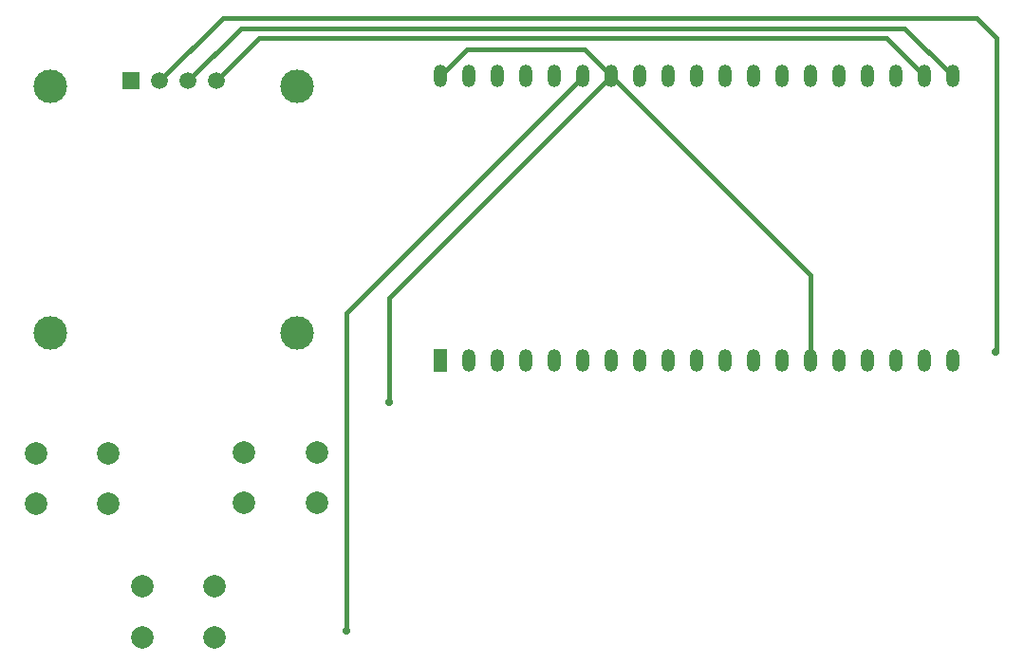
<source format=gbr>
%TF.GenerationSoftware,KiCad,Pcbnew,9.0.2*%
%TF.CreationDate,2025-06-08T16:57:51+07:00*%
%TF.ProjectId,WiFi_Frauder_DEV,57694669-5f46-4726-9175-6465725f4445,0*%
%TF.SameCoordinates,Original*%
%TF.FileFunction,Copper,L2,Bot*%
%TF.FilePolarity,Positive*%
%FSLAX46Y46*%
G04 Gerber Fmt 4.6, Leading zero omitted, Abs format (unit mm)*
G04 Created by KiCad (PCBNEW 9.0.2) date 2025-06-08 16:57:51*
%MOMM*%
%LPD*%
G01*
G04 APERTURE LIST*
%TA.AperFunction,ComponentPad*%
%ADD10R,1.508000X1.508000*%
%TD*%
%TA.AperFunction,ComponentPad*%
%ADD11C,1.508000*%
%TD*%
%TA.AperFunction,ComponentPad*%
%ADD12C,3.000000*%
%TD*%
%TA.AperFunction,ComponentPad*%
%ADD13C,2.000000*%
%TD*%
%TA.AperFunction,ComponentPad*%
%ADD14R,1.200000X2.000000*%
%TD*%
%TA.AperFunction,ComponentPad*%
%ADD15O,1.200000X2.000000*%
%TD*%
%TA.AperFunction,ViaPad*%
%ADD16C,0.700000*%
%TD*%
%TA.AperFunction,Conductor*%
%ADD17C,0.400000*%
%TD*%
G04 APERTURE END LIST*
D10*
%TO.P,U2,1,GND*%
%TO.N,GND*%
X132690000Y-69700000D03*
D11*
%TO.P,U2,2,VCC_IN*%
%TO.N,+5V*%
X135230000Y-69700000D03*
%TO.P,U2,3,SCL*%
%TO.N,SCL*%
X137770000Y-69700000D03*
%TO.P,U2,4,SDA*%
%TO.N,SDA*%
X140310000Y-69700000D03*
D12*
%TO.P,U2,S1*%
%TO.N,N/C*%
X125500000Y-70200000D03*
%TO.P,U2,S2*%
X147500000Y-70200000D03*
%TO.P,U2,S3*%
X147500000Y-92200000D03*
%TO.P,U2,S4*%
X125500000Y-92200000D03*
%TD*%
D13*
%TO.P,SW2,1,1*%
%TO.N,Net-(U1-GPIO22)*%
X142750000Y-102850000D03*
X149250000Y-102850000D03*
%TO.P,SW2,2,2*%
%TO.N,+5V*%
X142750000Y-107350000D03*
X149250000Y-107350000D03*
%TD*%
%TO.P,SW3,1,1*%
%TO.N,Net-(U1-GPIO21)*%
X133650000Y-114850000D03*
X140150000Y-114850000D03*
%TO.P,SW3,2,2*%
%TO.N,+5V*%
X133650000Y-119350000D03*
X140150000Y-119350000D03*
%TD*%
D14*
%TO.P,U1,1,3V3*%
%TO.N,unconnected-(U1-3V3-Pad1)*%
X160240000Y-94700000D03*
D15*
%TO.P,U1,2,CHIP_PU*%
%TO.N,unconnected-(U1-CHIP_PU-Pad2)*%
X162780000Y-94700000D03*
%TO.P,U1,3,SENSOR_VP/GPIO36/ADC1_CH0*%
%TO.N,unconnected-(U1-SENSOR_VP{slash}GPIO36{slash}ADC1_CH0-Pad3)*%
X165320000Y-94700000D03*
%TO.P,U1,4,SENSOR_VN/GPIO39/ADC1_CH3*%
%TO.N,unconnected-(U1-SENSOR_VN{slash}GPIO39{slash}ADC1_CH3-Pad4)*%
X167860000Y-94700000D03*
%TO.P,U1,5,VDET_1/GPIO34/ADC1_CH6*%
%TO.N,unconnected-(U1-VDET_1{slash}GPIO34{slash}ADC1_CH6-Pad5)*%
X170400000Y-94700000D03*
%TO.P,U1,6,VDET_2/GPIO35/ADC1_CH7*%
%TO.N,unconnected-(U1-VDET_2{slash}GPIO35{slash}ADC1_CH7-Pad6)*%
X172940000Y-94700000D03*
%TO.P,U1,7,32K_XP/GPIO32/ADC1_CH4*%
%TO.N,unconnected-(U1-32K_XP{slash}GPIO32{slash}ADC1_CH4-Pad7)*%
X175480000Y-94700000D03*
%TO.P,U1,8,32K_XN/GPIO33/ADC1_CH5*%
%TO.N,unconnected-(U1-32K_XN{slash}GPIO33{slash}ADC1_CH5-Pad8)*%
X178020000Y-94700000D03*
%TO.P,U1,9,DAC_1/ADC2_CH8/GPIO25*%
%TO.N,unconnected-(U1-DAC_1{slash}ADC2_CH8{slash}GPIO25-Pad9)*%
X180560000Y-94700000D03*
%TO.P,U1,10,DAC_2/ADC2_CH9/GPIO26*%
%TO.N,unconnected-(U1-DAC_2{slash}ADC2_CH9{slash}GPIO26-Pad10)*%
X183100000Y-94700000D03*
%TO.P,U1,11,ADC2_CH7/GPIO27*%
%TO.N,unconnected-(U1-ADC2_CH7{slash}GPIO27-Pad11)*%
X185640000Y-94700000D03*
%TO.P,U1,12,MTMS/GPIO14/ADC2_CH6*%
%TO.N,unconnected-(U1-MTMS{slash}GPIO14{slash}ADC2_CH6-Pad12)*%
X188180000Y-94700000D03*
%TO.P,U1,13,MTDI/GPIO12/ADC2_CH5*%
%TO.N,unconnected-(U1-MTDI{slash}GPIO12{slash}ADC2_CH5-Pad13)*%
X190720000Y-94700000D03*
%TO.P,U1,14,GND*%
%TO.N,GND*%
X193260000Y-94700000D03*
%TO.P,U1,15,MTCK/GPIO13/ADC2_CH4*%
%TO.N,unconnected-(U1-MTCK{slash}GPIO13{slash}ADC2_CH4-Pad15)*%
X195800000Y-94700000D03*
%TO.P,U1,16,SD_DATA2/GPIO9*%
%TO.N,unconnected-(U1-SD_DATA2{slash}GPIO9-Pad16)*%
X198340000Y-94700000D03*
%TO.P,U1,17,SD_DATA3/GPIO10*%
%TO.N,unconnected-(U1-SD_DATA3{slash}GPIO10-Pad17)*%
X200880000Y-94700000D03*
%TO.P,U1,18,CMD*%
%TO.N,unconnected-(U1-CMD-Pad18)*%
X203420000Y-94700000D03*
%TO.P,U1,19,5V*%
%TO.N,+5V*%
X205960000Y-94700000D03*
%TO.P,U1,20,SD_CLK/GPIO6*%
%TO.N,SCL*%
X205957280Y-69303680D03*
%TO.P,U1,21,SD_DATA0/GPIO7*%
%TO.N,SDA*%
X203417280Y-69303680D03*
%TO.P,U1,22,SD_DATA1/GPIO8*%
%TO.N,unconnected-(U1-SD_DATA1{slash}GPIO8-Pad22)*%
X200880000Y-69300000D03*
%TO.P,U1,23,MTDO/GPIO15/ADC2_CH3*%
%TO.N,unconnected-(U1-MTDO{slash}GPIO15{slash}ADC2_CH3-Pad23)*%
X198340000Y-69300000D03*
%TO.P,U1,24,ADC2_CH2/GPIO2*%
%TO.N,unconnected-(U1-ADC2_CH2{slash}GPIO2-Pad24)*%
X195800000Y-69300000D03*
%TO.P,U1,25,GPIO0/BOOT/ADC2_CH1*%
%TO.N,unconnected-(U1-GPIO0{slash}BOOT{slash}ADC2_CH1-Pad25)*%
X193260000Y-69300000D03*
%TO.P,U1,26,ADC2_CH0/GPIO4*%
%TO.N,unconnected-(U1-ADC2_CH0{slash}GPIO4-Pad26)*%
X190720000Y-69300000D03*
%TO.P,U1,27,GPIO16*%
%TO.N,unconnected-(U1-GPIO16-Pad27)*%
X188180000Y-69300000D03*
%TO.P,U1,28,GPIO17*%
%TO.N,unconnected-(U1-GPIO17-Pad28)*%
X185640000Y-69300000D03*
%TO.P,U1,29,GPIO5*%
%TO.N,unconnected-(U1-GPIO5-Pad29)*%
X183100000Y-69300000D03*
%TO.P,U1,30,GPIO18*%
%TO.N,unconnected-(U1-GPIO18-Pad30)*%
X180560000Y-69300000D03*
%TO.P,U1,31,GPIO19*%
%TO.N,unconnected-(U1-GPIO19-Pad31)*%
X178020000Y-69300000D03*
%TO.P,U1,32,GND*%
%TO.N,GND*%
X175480000Y-69300000D03*
%TO.P,U1,33,GPIO21*%
%TO.N,Net-(U1-GPIO21)*%
X172940000Y-69300000D03*
%TO.P,U1,34,U0RXD/GPIO3*%
%TO.N,unconnected-(U1-U0RXD{slash}GPIO3-Pad34)*%
X170400000Y-69300000D03*
%TO.P,U1,35,U0TXD/GPIO1*%
%TO.N,unconnected-(U1-U0TXD{slash}GPIO1-Pad35)*%
X167860000Y-69300000D03*
%TO.P,U1,36,GPIO22*%
%TO.N,Net-(U1-GPIO22)*%
X165320000Y-69300000D03*
%TO.P,U1,37,GPIO23*%
%TO.N,Net-(U1-GPIO23)*%
X162780000Y-69300000D03*
%TO.P,U1,38,GND*%
%TO.N,GND*%
X160240000Y-69300000D03*
%TD*%
D13*
%TO.P,SW1,1,1*%
%TO.N,Net-(U1-GPIO23)*%
X124150000Y-102950000D03*
X130650000Y-102950000D03*
%TO.P,SW1,2,2*%
%TO.N,+5V*%
X124150000Y-107450000D03*
X130650000Y-107450000D03*
%TD*%
D16*
%TO.N,GND*%
X155700000Y-98400000D03*
%TO.N,Net-(U1-GPIO21)*%
X151900000Y-118800000D03*
%TO.N,+5V*%
X209800000Y-93900000D03*
%TD*%
D17*
%TO.N,GND*%
X173100000Y-66920000D02*
X175480000Y-69300000D01*
X155700000Y-89080000D02*
X155700000Y-98400000D01*
X162640000Y-66900000D02*
X173100000Y-66900000D01*
X175480000Y-69300000D02*
X155700000Y-89080000D01*
X175480000Y-69300000D02*
X193260000Y-87080000D01*
X160240000Y-69300000D02*
X162640000Y-66900000D01*
X193260000Y-87080000D02*
X193260000Y-94700000D01*
X173100000Y-66900000D02*
X173100000Y-66920000D01*
%TO.N,Net-(U1-GPIO21)*%
X151900000Y-118800000D02*
X151900000Y-90400000D01*
X151900000Y-90400000D02*
X172940000Y-69360000D01*
X172940000Y-69360000D02*
X172940000Y-69300000D01*
%TO.N,+5V*%
X209900000Y-93800000D02*
X209800000Y-93900000D01*
X208100000Y-64100000D02*
X209900000Y-65900000D01*
X135230000Y-69700000D02*
X140830000Y-64100000D01*
X209900000Y-65900000D02*
X209900000Y-93800000D01*
X140830000Y-64100000D02*
X208100000Y-64100000D01*
%TO.N,SDA*%
X140310000Y-69700000D02*
X144110000Y-65900000D01*
X144110000Y-65900000D02*
X200013600Y-65900000D01*
X200013600Y-65900000D02*
X203417280Y-69303680D01*
%TO.N,SCL*%
X137770000Y-69700000D02*
X142470000Y-65000000D01*
X201653600Y-65000000D02*
X205957280Y-69303680D01*
X142470000Y-65000000D02*
X201653600Y-65000000D01*
%TD*%
M02*

</source>
